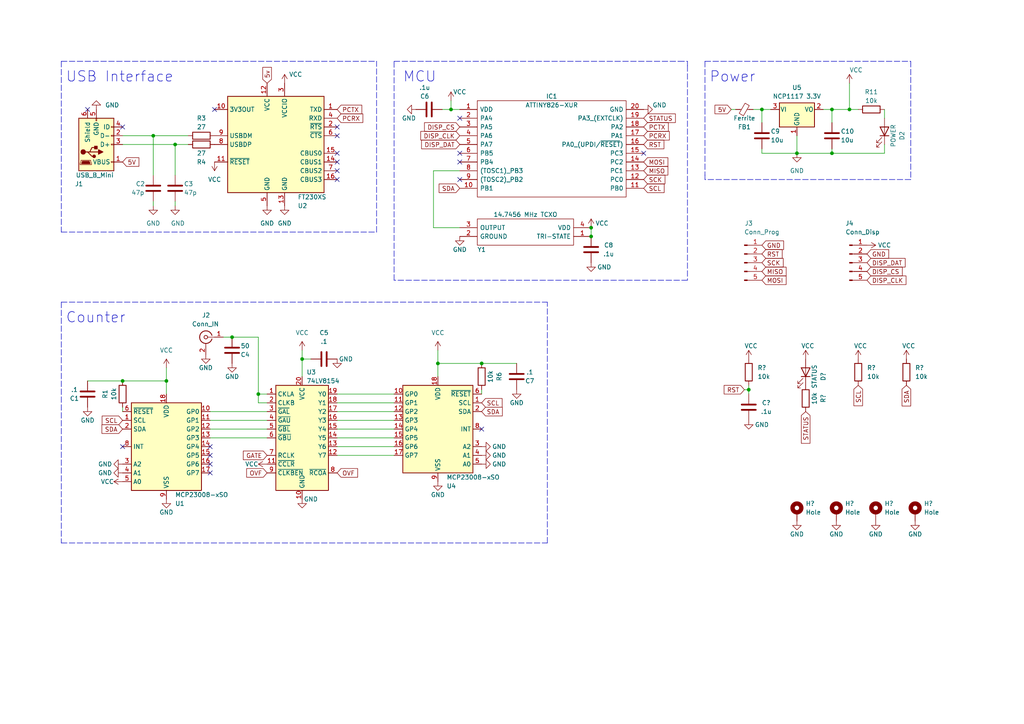
<source format=kicad_sch>
(kicad_sch (version 20211123) (generator eeschema)
  (paper "A4")
  (title_block (title "USB Frequency Counter 2.0") (date "2022-11-19") (company "Harden Technologies, LLC"))
  (lib_symbols
    (symbol "74xx:74LV8154"
      (property "Reference" "U" (at -6.35 16.51 0))
      (property "Value" "74LV8154" (at 6.35 16.51 0))
      (symbol "74LV8154_0_1"
        (rectangle (start -7.62 15.24) (end 7.62 -15.24) (stroke (width 0.254)) (fill (type background)))
      )
      (symbol "74LV8154_1_1"
        (pin input line (at -10.16 12.7 0) (length 2.54) (name "CKLA") (number "1"))
        (pin power_in line (at 0 -17.78 90) (length 2.54) (name "GND") (number "10"))
        (pin input line (at -10.16 -7.62 0) (length 2.54) (name "~{CCLR}") (number "11"))
        (pin output line (at 10.16 -5.08 180) (length 2.54) (name "Y7") (number "12"))
        (pin output line (at 10.16 -2.54 180) (length 2.54) (name "Y6") (number "13"))
        (pin output line (at 10.16 0 180) (length 2.54) (name "Y5") (number "14"))
        (pin output line (at 10.16 2.54 180) (length 2.54) (name "Y4") (number "15"))
        (pin output line (at 10.16 5.08 180) (length 2.54) (name "Y3") (number "16"))
        (pin output line (at 10.16 7.62 180) (length 2.54) (name "Y2") (number "17"))
        (pin output line (at 10.16 10.16 180) (length 2.54) (name "Y1") (number "18"))
        (pin output line (at 10.16 12.7 180) (length 2.54) (name "Y0") (number "19"))
        (pin input line (at -10.16 10.16 0) (length 2.54) (name "CLKB") (number "2"))
        (pin power_in line (at 0 17.78 270) (length 2.54) (name "VCC") (number "20"))
        (pin input line (at -10.16 7.62 0) (length 2.54) (name "~{GAL}") (number "3"))
        (pin input line (at -10.16 5.08 0) (length 2.54) (name "~{GAU}") (number "4"))
        (pin input line (at -10.16 2.54 0) (length 2.54) (name "~{GBL}") (number "5"))
        (pin input line (at -10.16 0 0) (length 2.54) (name "~{GBU}") (number "6"))
        (pin input line (at -10.16 -5.08 0) (length 2.54) (name "RCLK") (number "7"))
        (pin output line (at 10.16 -10.16 180) (length 2.54) (name "~{RCOA}") (number "8"))
        (pin input line (at -10.16 -10.16 0) (length 2.54) (name "~{CLKBEN}") (number "9"))
      )
    )
    (symbol "Connector:Conn_01x05_Male" (pin_names (offset 1.016) hide)
      (property "Reference" "J" (at 0 7.62 0))
      (property "Value" "Conn_01x05_Male" (at 0 -7.62 0))
      (symbol "Conn_01x05_Male_1_1"
        (polyline (pts (xy 1.27 -5.08) (xy 0.8636 -5.08)) (stroke (width 0.1524)))
        (polyline (pts (xy 1.27 -2.54) (xy 0.8636 -2.54)) (stroke (width 0.1524)))
        (polyline (pts (xy 1.27 0) (xy 0.8636 0)) (stroke (width 0.1524)))
        (polyline (pts (xy 1.27 2.54) (xy 0.8636 2.54)) (stroke (width 0.1524)))
        (polyline (pts (xy 1.27 5.08) (xy 0.8636 5.08)) (stroke (width 0.1524)))
        (rectangle (start 0.8636 -4.953) (end 0 -5.207) (stroke (width 0.1524)) (fill (type outline)))
        (rectangle (start 0.8636 -2.413) (end 0 -2.667) (stroke (width 0.1524)) (fill (type outline)))
        (rectangle (start 0.8636 0.127) (end 0 -0.127) (stroke (width 0.1524)) (fill (type outline)))
        (rectangle (start 0.8636 2.667) (end 0 2.413) (stroke (width 0.1524)) (fill (type outline)))
        (rectangle (start 0.8636 5.207) (end 0 4.953) (stroke (width 0.1524)) (fill (type outline)))
        (pin passive line (at 5.08 5.08 180) (length 3.81) (name "Pin_1") (number "1"))
        (pin passive line (at 5.08 2.54 180) (length 3.81) (name "Pin_2") (number "2"))
        (pin passive line (at 5.08 0 180) (length 3.81) (name "Pin_3") (number "3"))
        (pin passive line (at 5.08 -2.54 180) (length 3.81) (name "Pin_4") (number "4"))
        (pin passive line (at 5.08 -5.08 180) (length 3.81) (name "Pin_5") (number "5"))
      )
    )
    (symbol "Connector:Conn_Coaxial" (pin_names (offset 1.016) hide)
      (property "Reference" "J" (at 0.254 3.048 0))
      (property "Value" "Conn_Coaxial" (at 2.921 0 90))
      (symbol "Conn_Coaxial_0_1"
        (arc (start -1.778 -0.508) (mid 0.2311 -1.8066) (end 1.778 0) (stroke (width 0.254)))
        (polyline (pts (xy -2.54 0) (xy -0.508 0)))
        (polyline (pts (xy 0 -2.54) (xy 0 -1.778)))
        (circle (center 0 0) (radius 0.508) (stroke (width 0.2032)))
        (arc (start 1.778 0) (mid 0.2099 1.8101) (end -1.778 0.508) (stroke (width 0.254)))
      )
      (symbol "Conn_Coaxial_1_1"
        (pin passive line (at -5.08 0 0) (length 2.54) (name "In") (number "1"))
        (pin passive line (at 0 -5.08 90) (length 2.54) (name "Ext") (number "2"))
      )
    )
    (symbol "Connector:USB_B_Mini" (pin_names (offset 1.016))
      (property "Reference" "J" (at -5.08 11.43 0))
      (property "Value" "USB_B_Mini" (at -5.08 8.89 0))
      (symbol "USB_B_Mini_0_1"
        (rectangle (start -5.08 -7.62) (end 5.08 7.62) (stroke (width 0.254)) (fill (type background)))
        (circle (center -3.81 2.159) (radius 0.635) (stroke (width 0.254)) (fill (type outline)))
        (circle (center -0.635 3.429) (radius 0.381) (stroke (width 0.254)) (fill (type outline)))
        (rectangle (start -0.127 -7.62) (end 0.127 -6.858))
        (polyline (pts (xy -1.905 2.159) (xy 0.635 2.159)) (stroke (width 0.254)))
        (polyline (pts (xy -3.175 2.159) (xy -2.54 2.159) (xy -1.27 3.429) (xy -0.635 3.429)) (stroke (width 0.254)))
        (polyline (pts (xy -2.54 2.159) (xy -1.905 2.159) (xy -1.27 0.889) (xy 0 0.889)) (stroke (width 0.254)))
        (polyline (pts (xy 0.635 2.794) (xy 0.635 1.524) (xy 1.905 2.159) (xy 0.635 2.794)) (stroke (width 0.254)) (fill (type outline)))
        (polyline (pts (xy -4.318 5.588) (xy -1.778 5.588) (xy -2.032 4.826) (xy -4.064 4.826) (xy -4.318 5.588)) (fill (type outline)))
        (polyline (pts (xy -4.699 5.842) (xy -4.699 5.588) (xy -4.445 4.826) (xy -4.445 4.572) (xy -1.651 4.572) (xy -1.651 4.826) (xy -1.397 5.588) (xy -1.397 5.842) (xy -4.699 5.842)))
        (rectangle (start 0.254 1.27) (end -0.508 0.508) (stroke (width 0.254)) (fill (type outline)))
        (rectangle (start 5.08 -5.207) (end 4.318 -4.953))
        (rectangle (start 5.08 -2.667) (end 4.318 -2.413))
        (rectangle (start 5.08 -0.127) (end 4.318 0.127))
        (rectangle (start 5.08 4.953) (end 4.318 5.207))
      )
      (symbol "USB_B_Mini_1_1"
        (pin power_out line (at 7.62 5.08 180) (length 2.54) (name "VBUS") (number "1"))
        (pin bidirectional line (at 7.62 -2.54 180) (length 2.54) (name "D-") (number "2"))
        (pin bidirectional line (at 7.62 0 180) (length 2.54) (name "D+") (number "3"))
        (pin passive line (at 7.62 -5.08 180) (length 2.54) (name "ID") (number "4"))
        (pin power_out line (at 0 -10.16 90) (length 2.54) (name "GND") (number "5"))
        (pin passive line (at -2.54 -10.16 90) (length 2.54) (name "Shield") (number "6"))
      )
    )
    (symbol "Device:C" (pin_numbers hide) (pin_names (offset 0.254))
      (property "Reference" "C" (at 0.635 2.54 0))
      (property "Value" "C" (at 0.635 -2.54 0))
      (symbol "C_0_1"
        (polyline (pts (xy -2.032 -0.762) (xy 2.032 -0.762)) (stroke (width 0.508)))
        (polyline (pts (xy -2.032 0.762) (xy 2.032 0.762)) (stroke (width 0.508)))
      )
      (symbol "C_1_1"
        (pin passive line (at 0 3.81 270) (length 2.794) (name "~") (number "1"))
        (pin passive line (at 0 -3.81 90) (length 2.794) (name "~") (number "2"))
      )
    )
    (symbol "Device:FerriteBead_Small" (pin_numbers hide) (pin_names (offset 0))
      (property "Reference" "FB" (at 1.905 1.27 0))
      (property "Value" "FerriteBead_Small" (at 1.905 -1.27 0))
      (symbol "FerriteBead_Small_0_1"
        (polyline (pts (xy 0 -1.27) (xy 0 -0.7874)))
        (polyline (pts (xy 0 0.889) (xy 0 1.2954)))
        (polyline (pts (xy -1.8288 0.2794) (xy -1.1176 1.4986) (xy 1.8288 -0.2032) (xy 1.1176 -1.4224) (xy -1.8288 0.2794)))
      )
      (symbol "FerriteBead_Small_1_1"
        (pin passive line (at 0 2.54 270) (length 1.27) (name "~") (number "1"))
        (pin passive line (at 0 -2.54 90) (length 1.27) (name "~") (number "2"))
      )
    )
    (symbol "Device:LED" (pin_numbers hide) (pin_names (offset 1.016) hide)
      (property "Reference" "D" (at 0 2.54 0))
      (property "Value" "LED" (at 0 -2.54 0))
      (symbol "LED_0_1"
        (polyline (pts (xy -1.27 -1.27) (xy -1.27 1.27)) (stroke (width 0.254)))
        (polyline (pts (xy -1.27 0) (xy 1.27 0)))
        (polyline (pts (xy 1.27 -1.27) (xy 1.27 1.27) (xy -1.27 0) (xy 1.27 -1.27)) (stroke (width 0.254)))
        (polyline (pts (xy -3.048 -0.762) (xy -4.572 -2.286) (xy -3.81 -2.286) (xy -4.572 -2.286) (xy -4.572 -1.524)))
        (polyline (pts (xy -1.778 -0.762) (xy -3.302 -2.286) (xy -2.54 -2.286) (xy -3.302 -2.286) (xy -3.302 -1.524)))
      )
      (symbol "LED_1_1"
        (pin passive line (at -3.81 0 0) (length 2.54) (name "K") (number "1"))
        (pin passive line (at 3.81 0 180) (length 2.54) (name "A") (number "2"))
      )
    )
    (symbol "Device:R" (pin_numbers hide) (pin_names (offset 0))
      (property "Reference" "R" (at 2.032 0 90))
      (property "Value" "R" (at 0 0 90))
      (symbol "R_0_1"
        (rectangle (start -1.016 -2.54) (end 1.016 2.54) (stroke (width 0.254)))
      )
      (symbol "R_1_1"
        (pin passive line (at 0 3.81 270) (length 1.27) (name "~") (number "1"))
        (pin passive line (at 0 -3.81 90) (length 1.27) (name "~") (number "2"))
      )
    )
    (symbol "Interface_Expansion:MCP23008-xSO"
      (property "Reference" "U" (at -8.89 13.97 0))
      (property "Value" "MCP23008-xSO" (at 8.89 13.97 0))
      (symbol "MCP23008-xSO_0_1"
        (rectangle (start -10.16 12.7) (end 10.16 -12.7) (stroke (width 0.254)) (fill (type background)))
      )
      (symbol "MCP23008-xSO_1_1"
        (pin input line (at -12.7 7.62 0) (length 2.54) (name "SCL") (number "1"))
        (pin bidirectional line (at 12.7 10.16 180) (length 2.54) (name "GP0") (number "10"))
        (pin bidirectional line (at 12.7 7.62 180) (length 2.54) (name "GP1") (number "11"))
        (pin bidirectional line (at 12.7 5.08 180) (length 2.54) (name "GP2") (number "12"))
        (pin bidirectional line (at 12.7 2.54 180) (length 2.54) (name "GP3") (number "13"))
        (pin bidirectional line (at 12.7 0 180) (length 2.54) (name "GP4") (number "14"))
        (pin bidirectional line (at 12.7 -2.54 180) (length 2.54) (name "GP5") (number "15"))
        (pin bidirectional line (at 12.7 -5.08 180) (length 2.54) (name "GP6") (number "16"))
        (pin bidirectional line (at 12.7 -7.62 180) (length 2.54) (name "GP7") (number "17"))
        (pin power_in line (at 0 15.24 270) (length 2.54) (name "VDD") (number "18"))
        (pin bidirectional line (at -12.7 5.08 0) (length 2.54) (name "SDA") (number "2"))
        (pin input line (at -12.7 -5.08 0) (length 2.54) (name "A2") (number "3"))
        (pin input line (at -12.7 -7.62 0) (length 2.54) (name "A1") (number "4"))
        (pin input line (at -12.7 -10.16 0) (length 2.54) (name "A0") (number "5"))
        (pin input line (at -12.7 10.16 0) (length 2.54) (name "~{RESET}") (number "6"))
        (pin no_connect line (at -10.16 -2.54 0) (length 2.54) hide (name "NC") (number "7"))
        (pin output line (at -12.7 0 0) (length 2.54) (name "INT") (number "8"))
        (pin power_in line (at 0 -15.24 90) (length 2.54) (name "VSS") (number "9"))
      )
    )
    (symbol "Interface_USB:FT230XS"
      (property "Reference" "U" (at -13.97 15.24 0))
      (property "Value" "FT230XS" (at 7.62 15.24 0))
      (symbol "FT230XS_0_1"
        (rectangle (start -13.97 13.97) (end 13.97 -13.97) (stroke (width 0.254)) (fill (type background)))
      )
      (symbol "FT230XS_1_1"
        (pin output line (at 17.78 10.16 180) (length 3.81) (name "TXD") (number "1"))
        (pin power_out line (at -17.78 10.16 0) (length 3.81) (name "3V3OUT") (number "10"))
        (pin input line (at -17.78 -5.08 0) (length 3.81) (name "~{RESET}") (number "11"))
        (pin power_in line (at -2.54 17.78 270) (length 3.81) (name "VCC") (number "12"))
        (pin power_in line (at 2.54 -17.78 90) (length 3.81) (name "GND") (number "13"))
        (pin bidirectional line (at 17.78 -5.08 180) (length 3.81) (name "CBUS1") (number "14"))
        (pin bidirectional line (at 17.78 -2.54 180) (length 3.81) (name "CBUS0") (number "15"))
        (pin bidirectional line (at 17.78 -10.16 180) (length 3.81) (name "CBUS3") (number "16"))
        (pin output line (at 17.78 5.08 180) (length 3.81) (name "~{RTS}") (number "2"))
        (pin power_in line (at 2.54 17.78 270) (length 3.81) (name "VCCIO") (number "3"))
        (pin input line (at 17.78 7.62 180) (length 3.81) (name "RXD") (number "4"))
        (pin power_in line (at -2.54 -17.78 90) (length 3.81) (name "GND") (number "5"))
        (pin input line (at 17.78 2.54 180) (length 3.81) (name "~{CTS}") (number "6"))
        (pin bidirectional line (at 17.78 -7.62 180) (length 3.81) (name "CBUS2") (number "7"))
        (pin bidirectional line (at -17.78 0 0) (length 3.81) (name "USBDP") (number "8"))
        (pin bidirectional line (at -17.78 2.54 0) (length 3.81) (name "USBDM") (number "9"))
      )
    )
    (symbol "Library Loader:ATTINY826-XUR" (pin_names (offset 0.762))
      (property "Reference" "IC" (at 49.53 7.62 0))
      (property "Value" "ATTINY826-XUR" (at 49.53 5.08 0))
      (symbol "ATTINY826-XUR_0_0"
        (pin passive line (at 0 0 0) (length 5.08) (name "VDD") (number "1"))
        (pin passive line (at 0 -22.86 0) (length 5.08) (name "PB1") (number "10"))
        (pin passive line (at 53.34 -22.86 180) (length 5.08) (name "PB0") (number "11"))
        (pin passive line (at 53.34 -20.32 180) (length 5.08) (name "PC0") (number "12"))
        (pin passive line (at 53.34 -17.78 180) (length 5.08) (name "PC1") (number "13"))
        (pin passive line (at 53.34 -15.24 180) (length 5.08) (name "PC2") (number "14"))
        (pin passive line (at 53.34 -12.7 180) (length 5.08) (name "PC3") (number "15"))
        (pin passive line (at 53.34 -10.16 180) (length 5.08) (name "PA0_(UPDI/~{RESET})") (number "16"))
        (pin passive line (at 53.34 -7.62 180) (length 5.08) (name "PA1") (number "17"))
        (pin passive line (at 53.34 -5.08 180) (length 5.08) (name "PA2") (number "18"))
        (pin passive line (at 53.34 -2.54 180) (length 5.08) (name "PA3_(EXTCLK)") (number "19"))
        (pin passive line (at 0 -2.54 0) (length 5.08) (name "PA4") (number "2"))
        (pin passive line (at 53.34 0 180) (length 5.08) (name "GND") (number "20"))
        (pin passive line (at 0 -5.08 0) (length 5.08) (name "PA5") (number "3"))
        (pin passive line (at 0 -7.62 0) (length 5.08) (name "PA6") (number "4"))
        (pin passive line (at 0 -10.16 0) (length 5.08) (name "PA7") (number "5"))
        (pin passive line (at 0 -12.7 0) (length 5.08) (name "PB5") (number "6"))
        (pin passive line (at 0 -15.24 0) (length 5.08) (name "PB4") (number "7"))
        (pin passive line (at 0 -17.78 0) (length 5.08) (name "(TOSC1)_PB3") (number "8"))
        (pin passive line (at 0 -20.32 0) (length 5.08) (name "(TOSC2)_PB2") (number "9"))
      )
      (symbol "ATTINY826-XUR_0_1"
        (polyline (pts (xy 5.08 2.54) (xy 48.26 2.54) (xy 48.26 -25.4) (xy 5.08 -25.4) (xy 5.08 2.54)) (stroke (width 0.1524)))
      )
    )
    (symbol "Library Loader:ECS-TXO-3225MV-147.4-TR" (pin_names (offset 0.762))
      (property "Reference" "Y" (at 34.29 7.62 0))
      (property "Value" "ECS-TXO-3225MV-147.4-TR" (at 34.29 5.08 0))
      (symbol "ECS-TXO-3225MV-147.4-TR_0_0"
        (pin passive line (at 0 -2.54 0) (length 5.08) (name "TRI-STATE") (number "1"))
        (pin passive line (at 38.1 -2.54 180) (length 5.08) (name "GROUND") (number "2"))
        (pin passive line (at 38.1 0 180) (length 5.08) (name "OUTPUT") (number "3"))
        (pin passive line (at 0 0 0) (length 5.08) (name "VDD") (number "4"))
      )
      (symbol "ECS-TXO-3225MV-147.4-TR_0_1"
        (polyline (pts (xy 5.08 2.54) (xy 33.02 2.54) (xy 33.02 -5.08) (xy 5.08 -5.08) (xy 5.08 2.54)) (stroke (width 0.1524)))
      )
    )
    (symbol "Mechanical:MountingHole_Pad" (pin_numbers hide) (pin_names (offset 1.016) hide)
      (property "Reference" "H" (at 0 6.35 0))
      (property "Value" "MountingHole_Pad" (at 0 4.445 0))
      (symbol "MountingHole_Pad_0_1"
        (circle (center 0 1.27) (radius 1.27) (stroke (width 1.27)))
      )
      (symbol "MountingHole_Pad_1_1"
        (pin input line (at 0 -2.54 90) (length 2.54) (name "1") (number "1"))
      )
    )
    (symbol "Regulator_Linear:NCP1117-3.3_SOT223" (pin_names (offset 0.254))
      (property "Reference" "U" (at -3.81 3.175 0))
      (property "Value" "NCP1117-3.3_SOT223" (at 0 3.175 0))
      (symbol "NCP1117-3.3_SOT223_0_1"
        (rectangle (start -5.08 -5.08) (end 5.08 1.905) (stroke (width 0.254)) (fill (type background)))
      )
      (symbol "NCP1117-3.3_SOT223_1_1"
        (pin power_in line (at 0 -7.62 90) (length 2.54) (name "GND") (number "1"))
        (pin power_out line (at 7.62 0 180) (length 2.54) (name "VO") (number "2"))
        (pin power_in line (at -7.62 0 0) (length 2.54) (name "VI") (number "3"))
      )
    )
    (symbol "power:GND" (power) (pin_names (offset 0))
      (property "Value" "GND" (at 0 -3.81 0))
      (symbol "GND_0_1"
        (polyline (pts (xy 0 0) (xy 0 -1.27) (xy 1.27 -1.27) (xy 0 -2.54) (xy -1.27 -1.27) (xy 0 -1.27)))
      )
      (symbol "GND_1_1"
        (pin power_in line (at 0 0 270) (length 0) hide (name "GND") (number "1"))
      )
    )
    (symbol "power:VCC" (power) (pin_names (offset 0))
      (property "Value" "VCC" (at 0 3.81 0))
      (symbol "VCC_0_1"
        (polyline (pts (xy -0.762 1.27) (xy 0 2.54)))
        (polyline (pts (xy 0 0) (xy 0 2.54)))
        (polyline (pts (xy 0 2.54) (xy 0.762 1.27)))
      )
      (symbol "VCC_1_1"
        (pin power_in line (at 0 0 90) (length 0) hide (name "VCC") (number "1"))
      )
    )
  )
  (junction (at 127 105.41))
  (junction (at 44.45 39.37))
  (junction (at 241.3 31.75))
  (junction (at 241.3 44.45))
  (junction (at 48.26 110.49))
  (junction (at 217.17 113.03))
  (junction (at 171.45 66.04))
  (junction (at 50.8 41.91))
  (junction (at 130.81 31.75))
  (junction (at 220.98 31.75))
  (junction (at 171.45 68.58))
  (junction (at 231.14 44.45))
  (junction (at 67.31 97.79))
  (junction (at 139.7 105.41))
  (junction (at 87.63 104.14))
  (junction (at 74.93 114.3))
  (junction (at 35.56 110.49))
  (junction (at 246.38 31.75))
  (no_connect (at 25.4 31.75))
  (no_connect (at 133.35 52.07))
  (no_connect (at 97.79 36.83))
  (no_connect (at 35.56 129.54))
  (no_connect (at 60.96 137.16))
  (no_connect (at 60.96 134.62))
  (no_connect (at 97.79 46.99))
  (no_connect (at 139.7 124.46))
  (no_connect (at 133.35 44.45))
  (no_connect (at 186.69 44.45))
  (no_connect (at 97.79 44.45))
  (no_connect (at 97.79 39.37))
  (no_connect (at 133.35 46.99))
  (no_connect (at 60.96 129.54))
  (no_connect (at 60.96 132.08))
  (no_connect (at 97.79 49.53))
  (no_connect (at 97.79 52.07))
  (no_connect (at 62.23 31.75))
  (no_connect (at 133.35 34.29))
  (no_connect (at 35.56 36.83))
  (polyline (pts (xy 17.78 87.63) (xy 17.78 157.48)))
  (wire (pts (xy 50.8 58.42) (xy 50.8 59.69)))
  (wire (pts (xy 220.98 31.75) (xy 223.52 31.75)))
  (wire (pts (xy 97.79 132.08) (xy 114.3 132.08)))
  (wire (pts (xy 74.93 97.79) (xy 74.93 114.3)))
  (wire (pts (xy 246.38 31.75) (xy 248.92 31.75)))
  (wire (pts (xy 127 105.41) (xy 139.7 105.41)))
  (wire (pts (xy 139.7 113.03) (xy 139.7 114.3)))
  (wire (pts (xy 238.76 31.75) (xy 241.3 31.75)))
  (polyline (pts (xy 109.22 67.31) (xy 109.22 17.78)))
  (wire (pts (xy 130.81 29.21) (xy 130.81 31.75)))
  (wire (pts (xy 87.63 101.6) (xy 87.63 104.14)))
  (polyline (pts (xy 204.47 17.78) (xy 204.47 50.8)))
  (polyline (pts (xy 114.3 81.28) (xy 114.3 17.78)))
  (wire (pts (xy 220.98 35.56) (xy 220.98 31.75)))
  (wire (pts (xy 97.79 124.46) (xy 114.3 124.46)))
  (wire (pts (xy 35.56 118.11) (xy 35.56 119.38)))
  (wire (pts (xy 67.31 97.79) (xy 74.93 97.79)))
  (polyline (pts (xy 17.78 157.48) (xy 158.75 157.48)))
  (polyline (pts (xy 199.39 19.05) (xy 199.39 17.78)))
  (wire (pts (xy 97.79 114.3) (xy 114.3 114.3)))
  (wire (pts (xy 220.98 43.18) (xy 220.98 44.45)))
  (polyline (pts (xy 264.16 52.07) (xy 204.47 52.07)))
  (wire (pts (xy 50.8 41.91) (xy 50.8 50.8)))
  (wire (pts (xy 125.73 66.04) (xy 133.35 66.04)))
  (wire (pts (xy 212.09 31.75) (xy 213.36 31.75)))
  (wire (pts (xy 125.73 49.53) (xy 125.73 66.04)))
  (wire (pts (xy 256.54 31.75) (xy 256.54 34.29)))
  (wire (pts (xy 87.63 104.14) (xy 90.17 104.14)))
  (wire (pts (xy 217.17 111.76) (xy 217.17 113.03)))
  (wire (pts (xy 171.45 66.04) (xy 171.45 68.58)))
  (wire (pts (xy 64.77 97.79) (xy 67.31 97.79)))
  (polyline (pts (xy 199.39 19.05) (xy 199.39 81.28)))
  (wire (pts (xy 231.14 39.37) (xy 231.14 44.45)))
  (wire (pts (xy 60.96 119.38) (xy 77.47 119.38)))
  (wire (pts (xy 97.79 121.92) (xy 114.3 121.92)))
  (wire (pts (xy 139.7 105.41) (xy 149.86 105.41)))
  (wire (pts (xy 127 105.41) (xy 127 109.22)))
  (wire (pts (xy 128.27 31.75) (xy 130.81 31.75)))
  (wire (pts (xy 60.96 124.46) (xy 77.47 124.46)))
  (wire (pts (xy 87.63 104.14) (xy 87.63 109.22)))
  (wire (pts (xy 241.3 44.45) (xy 256.54 44.45)))
  (wire (pts (xy 218.44 31.75) (xy 220.98 31.75)))
  (wire (pts (xy 35.56 110.49) (xy 25.4 110.49)))
  (polyline (pts (xy 196.85 17.78) (xy 199.39 17.78)))
  (wire (pts (xy 44.45 39.37) (xy 44.45 50.8)))
  (wire (pts (xy 44.45 39.37) (xy 54.61 39.37)))
  (wire (pts (xy 241.3 43.18) (xy 241.3 44.45)))
  (wire (pts (xy 231.14 44.45) (xy 241.3 44.45)))
  (wire (pts (xy 217.17 113.03) (xy 217.17 114.3)))
  (wire (pts (xy 77.47 114.3) (xy 74.93 114.3)))
  (polyline (pts (xy 158.75 157.48) (xy 158.75 87.63)))
  (wire (pts (xy 48.26 106.68) (xy 48.26 110.49)))
  (wire (pts (xy 241.3 31.75) (xy 241.3 35.56)))
  (polyline (pts (xy 17.78 67.31) (xy 109.22 67.31)))
  (wire (pts (xy 97.79 129.54) (xy 114.3 129.54)))
  (wire (pts (xy 241.3 31.75) (xy 246.38 31.75)))
  (polyline (pts (xy 204.47 52.07) (xy 204.47 50.8)))
  (wire (pts (xy 74.93 116.84) (xy 77.47 116.84)))
  (polyline (pts (xy 199.39 81.28) (xy 114.3 81.28)))
  (wire (pts (xy 48.26 110.49) (xy 48.26 114.3)))
  (wire (pts (xy 74.93 114.3) (xy 74.93 116.84)))
  (polyline (pts (xy 204.47 17.78) (xy 264.16 17.78)))
  (wire (pts (xy 35.56 39.37) (xy 44.45 39.37)))
  (wire (pts (xy 60.96 127) (xy 77.47 127)))
  (polyline (pts (xy 17.78 17.78) (xy 109.22 17.78)))
  (wire (pts (xy 220.98 44.45) (xy 231.14 44.45)))
  (polyline (pts (xy 17.78 17.78) (xy 17.78 67.31)))
  (wire (pts (xy 246.38 31.75) (xy 246.38 24.13)))
  (wire (pts (xy 35.56 41.91) (xy 50.8 41.91)))
  (wire (pts (xy 97.79 119.38) (xy 114.3 119.38)))
  (polyline (pts (xy 17.78 87.63) (xy 158.75 87.63)))
  (wire (pts (xy 97.79 127) (xy 114.3 127)))
  (wire (pts (xy 97.79 116.84) (xy 114.3 116.84)))
  (wire (pts (xy 60.96 121.92) (xy 77.47 121.92)))
  (wire (pts (xy 50.8 41.91) (xy 54.61 41.91)))
  (wire (pts (xy 215.9 113.03) (xy 217.17 113.03)))
  (wire (pts (xy 130.81 31.75) (xy 133.35 31.75)))
  (wire (pts (xy 256.54 44.45) (xy 256.54 41.91)))
  (wire (pts (xy 133.35 49.53) (xy 125.73 49.53)))
  (polyline (pts (xy 264.16 17.78) (xy 264.16 52.07)))
  (wire (pts (xy 44.45 58.42) (xy 44.45 59.69)))
  (wire (pts (xy 48.26 110.49) (xy 35.56 110.49)))
  (wire (pts (xy 127 101.6) (xy 127 105.41)))
  (polyline (pts (xy 114.3 17.78) (xy 196.85 17.78)))
  (text "MCU" (at 116.84 24.13 0) (effects (font (size 3 3)) (justify left bottom)))
  (text "Power" (at 205.74 24.13 0) (effects (font (size 3 3)) (justify left bottom)))
  (text "Counter" (at 19.05 93.98 0) (effects (font (size 3 3)) (justify left bottom)))
  (text "USB Interface" (at 19.05 24.13 0) (effects (font (size 3 3)) (justify left bottom)))
  (global_label "SDA" (shape input) (at 35.56 124.46 180) (property "Intersheet References" "${INTERSHEET_REFS}" (effects hide)))
  (global_label "DISP_CS" (shape input) (at 133.35 36.83 180) (property "Intersheet References" "${INTERSHEET_REFS}" (effects hide)))
  (global_label "MOSI" (shape input) (at 220.98 81.28 0) (property "Intersheet References" "${INTERSHEET_REFS}" (effects hide)))
  (global_label "SDA" (shape input) (at 139.7 119.38 0) (property "Intersheet References" "${INTERSHEET_REFS}" (effects hide)))
  (global_label "STATUS" (shape input) (at 186.69 34.29 0) (property "Intersheet References" "${INTERSHEET_REFS}" (effects hide)))
  (global_label "PCRX" (shape input) (at 97.79 34.29 0) (property "Intersheet References" "${INTERSHEET_REFS}" (effects hide)))
  (global_label "MISO" (shape input) (at 220.98 78.74 0) (property "Intersheet References" "${INTERSHEET_REFS}" (effects hide)))
  (global_label "5v" (shape input) (at 77.47 24.13 90) (property "Intersheet References" "${INTERSHEET_REFS}" (effects hide)))
  (global_label "OVF" (shape input) (at 97.79 137.16 0) (property "Intersheet References" "${INTERSHEET_REFS}" (effects hide)))
  (global_label "5V" (shape input) (at 212.09 31.75 180) (property "Intersheet References" "${INTERSHEET_REFS}" (effects hide)))
  (global_label "RST" (shape input) (at 186.69 41.91 0) (property "Intersheet References" "${INTERSHEET_REFS}" (effects hide)))
  (global_label "SCL" (shape input) (at 186.69 54.61 0) (property "Intersheet References" "${INTERSHEET_REFS}" (effects hide)))
  (global_label "5V" (shape input) (at 35.56 46.99 0) (property "Intersheet References" "${INTERSHEET_REFS}" (effects hide)))
  (global_label "PCRX" (shape input) (at 186.69 39.37 0) (property "Intersheet References" "${INTERSHEET_REFS}" (effects hide)))
  (global_label "DISP_CLK" (shape input) (at 133.35 39.37 180) (property "Intersheet References" "${INTERSHEET_REFS}" (effects hide)))
  (global_label "SCL" (shape input) (at 248.92 111.76 270) (property "Intersheet References" "${INTERSHEET_REFS}" (effects hide)))
  (global_label "GND" (shape input) (at 251.46 73.66 0) (property "Intersheet References" "${INTERSHEET_REFS}" (effects hide)))
  (global_label "RST" (shape input) (at 220.98 73.66 0) (property "Intersheet References" "${INTERSHEET_REFS}" (effects hide)))
  (global_label "PCTX" (shape input) (at 186.69 36.83 0) (property "Intersheet References" "${INTERSHEET_REFS}" (effects hide)))
  (global_label "SDA" (shape input) (at 133.35 54.61 180) (property "Intersheet References" "${INTERSHEET_REFS}" (effects hide)))
  (global_label "SCK" (shape input) (at 220.98 76.2 0) (property "Intersheet References" "${INTERSHEET_REFS}" (effects hide)))
  (global_label "SDA" (shape input) (at 262.89 111.76 270) (property "Intersheet References" "${INTERSHEET_REFS}" (effects hide)))
  (global_label "MOSI" (shape input) (at 186.69 46.99 0) (property "Intersheet References" "${INTERSHEET_REFS}" (effects hide)))
  (global_label "STATUS" (shape input) (at 233.68 119.38 270) (property "Intersheet References" "${INTERSHEET_REFS}" (effects hide)))
  (global_label "SCL" (shape input) (at 139.7 116.84 0) (property "Intersheet References" "${INTERSHEET_REFS}" (effects hide)))
  (global_label "DISP_DAT" (shape input) (at 133.35 41.91 180) (property "Intersheet References" "${INTERSHEET_REFS}" (effects hide)))
  (global_label "OVF" (shape input) (at 77.47 137.16 180) (property "Intersheet References" "${INTERSHEET_REFS}" (effects hide)))
  (global_label "RST" (shape input) (at 215.9 113.03 180) (property "Intersheet References" "${INTERSHEET_REFS}" (effects hide)))
  (global_label "PCTX" (shape input) (at 97.79 31.75 0) (property "Intersheet References" "${INTERSHEET_REFS}" (effects hide)))
  (global_label "SCL" (shape input) (at 35.56 121.92 180) (property "Intersheet References" "${INTERSHEET_REFS}" (effects hide)))
  (global_label "SCK" (shape input) (at 186.69 52.07 0) (property "Intersheet References" "${INTERSHEET_REFS}" (effects hide)))
  (global_label "GATE" (shape input) (at 77.47 132.08 180) (property "Intersheet References" "${INTERSHEET_REFS}" (effects hide)))
  (global_label "DISP_CS" (shape input) (at 251.46 78.74 0) (property "Intersheet References" "${INTERSHEET_REFS}" (effects hide)))
  (global_label "GND" (shape input) (at 220.98 71.12 0) (property "Intersheet References" "${INTERSHEET_REFS}" (effects hide)))
  (global_label "DISP_CLK" (shape input) (at 251.46 81.28 0) (property "Intersheet References" "${INTERSHEET_REFS}" (effects hide)))
  (global_label "DISP_DAT" (shape input) (at 251.46 76.2 0) (property "Intersheet References" "${INTERSHEET_REFS}" (effects hide)))
  (global_label "MISO" (shape input) (at 186.69 49.53 0) (property "Intersheet References" "${INTERSHEET_REFS}" (effects hide)))
  (symbol (lib_id "Device:C") (at 67.31 101.6 180) (unit 1)
    (property "Reference" "C4" (at 71.12 102.87 0))
    (property "Value" "50" (at 71.12 100.33 0))
  )
  (symbol (lib_id "Device:R") (at 58.42 39.37 90) (unit 1)
    (property "Reference" "R3" (at 58.42 34.29 90))
    (property "Value" "27" (at 58.42 36.83 90))
  )
  (symbol (lib_id "power:GND") (at 97.79 104.14 0) (unit 1)
    (property "Reference" "#PWR019" (effects hide))
    (property "Value" "GND" (at 100.33 104.14 0))
  )
  (symbol (lib_id "Connector:Conn_Coaxial") (at 59.69 97.79 0) (mirror y) (unit 1)
    (property "Reference" "J2" (at 60.96 91.44 0) (effects (justify left)))
    (property "Value" "Conn_IN" (at 63.5 93.98 0) (effects (justify left)))
    (property "Datasheet" " ~" (effects hide))
  )
  (symbol (lib_id "power:GND") (at 217.17 121.92 0) (mirror y) (unit 1)
    (property "Reference" "#PWR?" (effects hide))
    (property "Value" "GND" (at 220.98 123.19 0))
  )
  (symbol (lib_id "Device:C") (at 44.45 54.61 180) (unit 1)
    (property "Reference" "C2" (at 39.37 53.34 0) (effects (justify right)))
    (property "Value" "47p" (at 38.1 55.88 0) (effects (justify right)))
  )
  (symbol (lib_id "Interface_Expansion:MCP23008-xSO") (at 127 124.46 0) (mirror y) (unit 1)
    (property "Reference" "U4" (at 129.54 140.97 0) (effects (justify right)))
    (property "Value" "MCP23008-xSO" (at 129.54 138.43 0) (effects (justify right)))
    (property "Footprint" "Package_SO:SOIC-18W_7.5x11.6mm_P1.27mm" (effects hide))
    (property "Datasheet" "http://ww1.microchip.com/downloads/en/DeviceDoc/MCP23008-MCP23S08-Data-Sheet-20001919F.pdf" (effects hide))
  )
  (symbol (lib_id "power:VCC") (at 251.46 71.12 270) (unit 1)
    (property "Reference" "#PWR042" (effects hide))
    (property "Value" "VCC" (at 256.54 71.12 90))
  )
  (symbol (lib_id "74xx:74LV8154") (at 87.63 127 0) (unit 1)
    (property "Reference" "U3" (at 88.9 107.95 0) (effects (justify left)))
    (property "Value" "74LV8154" (at 88.9 110.49 0) (effects (justify left)))
    (property "Datasheet" "http://www.ti.com/lit/ds/symlink/sn74lv8154.pdf" (effects hide))
  )
  (symbol (lib_id "Mechanical:MountingHole_Pad") (at 242.57 148.59 0) (unit 1)
    (property "Reference" "H?" (at 245.11 146.0499 0) (effects (justify left)))
    (property "Value" "Hole" (at 245.11 148.5899 0) (effects (justify left)))
  )
  (symbol (lib_id "power:GND") (at 139.7 129.54 90) (unit 1)
    (property "Reference" "#PWR025" (effects hide))
    (property "Value" "GND" (at 144.78 129.54 90))
  )
  (symbol (lib_id "power:GND") (at 139.7 132.08 90) (unit 1)
    (property "Reference" "#PWR026" (effects hide))
    (property "Value" "GND" (at 144.78 132.08 90))
  )
  (symbol (lib_id "power:VCC") (at 130.81 29.21 0) (unit 1)
    (property "Reference" "#PWR023" (effects hide))
    (property "Value" "VCC" (at 133.35 26.67 0))
  )
  (symbol (lib_id "power:GND") (at 77.47 59.69 0) (unit 1)
    (property "Reference" "#PWR014" (effects hide))
    (property "Value" "GND" (at 77.47 64.77 0))
  )
  (symbol (lib_id "Mechanical:MountingHole_Pad") (at 231.14 148.59 0) (unit 1)
    (property "Reference" "H?" (at 233.68 146.0499 0) (effects (justify left)))
    (property "Value" "Hole" (at 233.68 148.5899 0) (effects (justify left)))
  )
  (symbol (lib_id "power:GND") (at 44.45 59.69 0) (unit 1)
    (property "Reference" "#PWR06" (effects hide))
    (property "Value" "GND" (at 44.45 64.77 0))
  )
  (symbol (lib_id "power:GND") (at 127 139.7 0) (unit 1)
    (property "Reference" "#PWR022" (effects hide))
    (property "Value" "GND" (at 127 143.51 0))
  )
  (symbol (lib_id "power:GND") (at 120.65 31.75 270) (unit 1)
    (property "Reference" "#PWR020" (effects hide))
    (property "Value" "GND" (at 120.65 34.29 90) (effects (justify right)))
  )
  (symbol (lib_id "power:GND") (at 231.14 151.13 0) (unit 1)
    (property "Reference" "#PWR?" (effects hide))
    (property "Value" "GND" (at 231.14 154.94 0))
  )
  (symbol (lib_id "power:GND") (at 231.14 44.45 0) (unit 1)
    (property "Reference" "#PWR039" (effects hide))
    (property "Value" "GND" (at 231.14 49.53 0))
  )
  (symbol (lib_id "Regulator_Linear:NCP1117-3.3_SOT223") (at 231.14 31.75 0) (unit 1)
    (property "Reference" "U5" (at 231.14 25.4 0))
    (property "Value" "NCP1117 3.3V" (at 231.14 27.94 0))
    (property "Footprint" "Package_TO_SOT_SMD:SOT-223-3_TabPin2" (effects hide))
    (property "Datasheet" "http://www.onsemi.com/pub_link/Collateral/NCP1117-D.PDF" (effects hide))
  )
  (symbol (lib_id "Device:FerriteBead_Small") (at 215.9 31.75 90) (unit 1)
    (property "Reference" "FB1" (at 215.9 36.83 90))
    (property "Value" "Ferrite" (at 215.9 34.29 90))
  )
  (symbol (lib_id "Device:R") (at 139.7 109.22 180) (unit 1)
    (property "Reference" "R6" (at 144.78 109.22 90))
    (property "Value" "10k" (at 142.24 109.22 90))
  )
  (symbol (lib_id "power:VCC") (at 82.55 24.13 0) (unit 1)
    (property "Reference" "#PWR015" (effects hide))
    (property "Value" "VCC" (at 83.82 21.59 0) (effects (justify left)))
  )
  (symbol (lib_id "Interface_USB:FT230XS") (at 80.01 41.91 0) (unit 1)
    (property "Reference" "U2" (at 86.36 59.69 0) (effects (justify left)))
    (property "Value" "FT230XS" (at 86.36 57.15 0) (effects (justify left)))
    (property "Footprint" "Package_SO:SSOP-16_3.9x4.9mm_P0.635mm" (effects hide))
    (property "Datasheet" "https://www.ftdichip.com/Support/Documents/DataSheets/ICs/DS_FT230X.pdf" (effects hide))
  )
  (symbol (lib_id "power:VCC") (at 246.38 24.13 0) (unit 1)
    (property "Reference" "#PWR041" (effects hide))
    (property "Value" "VCC" (at 246.38 20.32 0) (effects (justify left)))
  )
  (symbol (lib_id "Device:LED") (at 256.54 38.1 270) (mirror x) (unit 1)
    (property "Reference" "D2" (at 261.62 39.37 0))
    (property "Value" "POWER" (at 259.08 39.37 0))
  )
  (symbol (lib_id "Device:R") (at 217.17 107.95 180) (unit 1)
    (property "Reference" "R?" (at 219.71 106.6799 0) (effects (justify right)))
    (property "Value" "10k" (at 219.71 109.2199 0) (effects (justify right)))
  )
  (symbol (lib_id "power:GND") (at 265.43 151.13 0) (unit 1)
    (property "Reference" "#PWR?" (effects hide))
    (property "Value" "GND" (at 265.43 154.94 0))
  )
  (symbol (lib_id "power:VCC") (at 262.89 104.14 0) (unit 1)
    (property "Reference" "#PWR?" (effects hide))
    (property "Value" "VCC" (at 261.62 100.33 0) (effects (justify left)))
  )
  (symbol (lib_id "Interface_Expansion:MCP23008-xSO") (at 48.26 129.54 0) (unit 1)
    (property "Reference" "U1" (at 50.8 146.05 0) (effects (justify left)))
    (property "Value" "MCP23008-xSO" (at 50.8 143.51 0) (effects (justify left)))
    (property "Footprint" "Package_SO:SOIC-18W_7.5x11.6mm_P1.27mm" (effects hide))
    (property "Datasheet" "http://ww1.microchip.com/downloads/en/DeviceDoc/MCP23008-MCP23S08-Data-Sheet-20001919F.pdf" (effects hide))
  )
  (symbol (lib_id "Device:R") (at 252.73 31.75 270) (unit 1)
    (property "Reference" "R11" (at 252.73 26.67 90))
    (property "Value" "10k" (at 252.73 29.21 90))
  )
  (symbol (lib_id "power:GND") (at 35.56 134.62 270) (unit 1)
    (property "Reference" "#PWR03" (effects hide))
    (property "Value" "GND" (at 30.48 134.62 90))
  )
  (symbol (lib_id "power:GND") (at 171.45 76.2 0) (mirror y) (unit 1)
    (property "Reference" "#PWR031" (effects hide))
    (property "Value" "GND" (at 175.26 77.47 0))
  )
  (symbol (lib_id "Device:C") (at 171.45 72.39 0) (mirror y) (unit 1)
    (property "Reference" "C8" (at 176.53 71.12 0))
    (property "Value" ".1u" (at 176.53 73.66 0))
  )
  (symbol (lib_id "Device:R") (at 233.68 115.57 0) (mirror y) (unit 1)
    (property "Reference" "R?" (at 238.76 115.57 90))
    (property "Value" "10k" (at 236.22 115.57 90))
  )
  (symbol (lib_id "power:VCC") (at 77.47 134.62 90) (unit 1)
    (property "Reference" "#PWR013" (effects hide))
    (property "Value" "VCC" (at 74.93 134.62 90) (effects (justify left)))
  )
  (symbol (lib_id "Device:C") (at 220.98 39.37 0) (unit 1)
    (property "Reference" "C9" (at 223.52 38.1 0) (effects (justify left)))
    (property "Value" "10u" (at 223.52 40.64 0) (effects (justify left)))
  )
  (symbol (lib_id "power:GND") (at 87.63 144.78 0) (unit 1)
    (property "Reference" "#PWR018" (effects hide))
    (property "Value" "GND" (at 90.17 144.78 0))
  )
  (symbol (lib_id "Device:R") (at 248.92 107.95 180) (unit 1)
    (property "Reference" "R?" (at 251.46 106.6799 0) (effects (justify right)))
    (property "Value" "10k" (at 251.46 109.2199 0) (effects (justify right)))
  )
  (symbol (lib_id "power:GND") (at 133.35 68.58 0) (mirror y) (unit 1)
    (property "Reference" "#PWR024" (effects hide))
    (property "Value" "GND" (at 133.35 72.39 0))
  )
  (symbol (lib_id "power:VCC") (at 48.26 106.68 0) (mirror y) (unit 1)
    (property "Reference" "#PWR07" (effects hide))
    (property "Value" "VCC" (at 48.26 101.6 0))
  )
  (symbol (lib_id "power:VCC") (at 217.17 104.14 0) (unit 1)
    (property "Reference" "#PWR?" (effects hide))
    (property "Value" "VCC" (at 215.9 100.33 0) (effects (justify left)))
  )
  (symbol (lib_id "power:GND") (at 27.94 31.75 180) (unit 1)
    (property "Reference" "#PWR02" (effects hide))
    (property "Value" "GND" (at 30.48 30.4799 0) (effects (justify right)))
  )
  (symbol (lib_id "power:GND") (at 186.69 31.75 90) (unit 1)
    (property "Reference" "#PWR034" (effects hide))
    (property "Value" "GND" (at 189.23 30.48 90) (effects (justify right)))
  )
  (symbol (lib_id "Connector:Conn_01x05_Male") (at 215.9 76.2 0) (unit 1)
    (property "Reference" "J3" (at 217.17 64.77 0))
    (property "Value" "Conn_Prog" (at 220.98 67.31 0))
  )
  (symbol (lib_id "power:GND") (at 35.56 137.16 270) (unit 1)
    (property "Reference" "#PWR04" (effects hide))
    (property "Value" "GND" (at 30.48 137.16 90))
  )
  (symbol (lib_id "Library Loader:ECS-TXO-3225MV-147.4-TR") (at 171.45 66.04 0) (mirror y) (unit 1)
    (property "Reference" "Y1" (at 139.7 72.39 0))
    (property "Value" "14.7456 MHz TCXO" (at 152.4 62.23 0))
    (property "Footprint" "ECSTXO3225MV1474TR" (effects hide))
    (property "Datasheet" "https://www.arrow.com/en/products/ecs-txo-3225mv-147.4-tr/ecs-international?region=nac" (effects hide))
    (property "Description" "Oscillator TCXO 14.7456MHz +/-1.5ppm (Tol) +/-2.5ppm (Stability) 15pF HCMOS 55% 1.8V/2.5V/3.3V 4-Pin CSMD T/R" (effects hide))
    (property "Height" "1.2" (effects hide))
    (property "Mouser Part Number" "520-TXO-3225MV-1474T" (effects hide))
    (property "Mouser Price/Stock" "https://www.mouser.co.uk/ProductDetail/ECS/ECS-TXO-3225MV-147.4-TR?qs=d0WKAl%252BL4KZtLcT1OEriAg%3D%3D" (effects hide))
    (property "Manufacturer_Name" "ECS" (effects hide))
    (property "Manufacturer_Part_Number" "ECS-TXO-3225MV-147.4-TR" (effects hide))
  )
  (symbol (lib_id "power:GND") (at 59.69 102.87 0) (unit 1)
    (property "Reference" "#PWR010" (effects hide))
    (property "Value" "GND" (at 59.69 106.68 0))
  )
  (symbol (lib_id "Connector:Conn_01x05_Male") (at 246.38 76.2 0) (unit 1)
    (property "Reference" "J4" (at 246.38 64.77 0))
    (property "Value" "Conn_Disp" (at 250.19 67.31 0))
  )
  (symbol (lib_id "power:GND") (at 82.55 59.69 0) (unit 1)
    (property "Reference" "#PWR016" (effects hide))
    (property "Value" "GND" (at 82.55 64.77 0))
  )
  (symbol (lib_id "power:VCC") (at 35.56 139.7 90) (unit 1)
    (property "Reference" "#PWR?" (effects hide))
    (property "Value" "VCC" (at 29.21 139.7 90) (effects (justify right)))
  )
  (symbol (lib_id "power:VCC") (at 87.63 101.6 0) (unit 1)
    (property "Reference" "#PWR017" (effects hide))
    (property "Value" "VCC" (at 87.63 96.52 0))
  )
  (symbol (lib_id "Device:C") (at 50.8 54.61 180) (unit 1)
    (property "Reference" "C3" (at 53.34 53.34 0) (effects (justify right)))
    (property "Value" "47p" (at 53.34 55.88 0) (effects (justify right)))
  )
  (symbol (lib_id "Connector:USB_B_Mini") (at 27.94 41.91 0) (mirror x) (unit 1)
    (property "Reference" "J1" (at 24.13 53.34 0) (effects (justify right)))
    (property "Value" "USB_B_Mini" (at 33.02 50.8 0) (effects (justify right)))
  )
  (symbol (lib_id "Device:C") (at 93.98 104.14 270) (unit 1)
    (property "Reference" "C5" (at 93.98 96.52 90))
    (property "Value" ".1" (at 93.98 99.06 90))
  )
  (symbol (lib_id "Device:C") (at 25.4 114.3 0) (mirror x) (unit 1)
    (property "Reference" "C1" (at 21.59 115.57 0))
    (property "Value" ".1" (at 21.59 113.03 0))
  )
  (symbol (lib_id "power:GND") (at 149.86 113.03 0) (unit 1)
    (property "Reference" "#PWR028" (effects hide))
    (property "Value" "GND" (at 149.86 116.84 0))
  )
  (symbol (lib_id "Device:C") (at 241.3 39.37 0) (unit 1)
    (property "Reference" "C10" (at 243.84 38.1 0) (effects (justify left)))
    (property "Value" "10u" (at 243.84 40.64 0) (effects (justify left)))
  )
  (symbol (lib_id "Mechanical:MountingHole_Pad") (at 254 148.59 0) (unit 1)
    (property "Reference" "H?" (at 256.54 146.0499 0) (effects (justify left)))
    (property "Value" "Hole" (at 256.54 148.5899 0) (effects (justify left)))
  )
  (symbol (lib_id "Library Loader:ATTINY826-XUR") (at 133.35 31.75 0) (unit 1)
    (property "Reference" "IC1" (at 160.02 27.94 0))
    (property "Value" "ATTINY826-XUR" (at 160.02 30.48 0))
    (property "Footprint" "SOP65P780X200-20N" (effects hide))
    (property "Description" "MICROCHIP - ATTINY826-XUR - 8 Bit MCU, AVR Family ATtiny826 Series Microcontrollers, 20 MHz, 8 KB, 1 KB, 20 Pins, SSOP" (effects hide))
    (property "Height" "2" (effects hide))
    (property "Mouser Part Number" "579-ATTINY826-XUR" (effects hide))
    (property "Mouser Price/Stock" "https://www.mouser.co.uk/ProductDetail/Microchip-Technology-Atmel/ATTINY826-XUR?qs=pUKx8fyJudBqvAbCMR8k%252BQ%3D%3D" (effects hide))
    (property "Manufacturer_Name" "Microchip" (effects hide))
    (property "Manufacturer_Part_Number" "ATTINY826-XUR" (effects hide))
  )
  (symbol (lib_id "power:VCC") (at 62.23 46.99 180) (unit 1)
    (property "Reference" "#PWR011" (effects hide))
    (property "Value" "VCC" (at 62.23 52.07 0))
  )
  (symbol (lib_id "power:GND") (at 67.31 105.41 0) (unit 1)
    (property "Reference" "#PWR012" (effects hide))
    (property "Value" "GND" (at 67.31 109.22 0))
  )
  (symbol (lib_id "Device:C") (at 217.17 118.11 0) (mirror y) (unit 1)
    (property "Reference" "C?" (at 222.25 116.84 0))
    (property "Value" ".1u" (at 222.25 119.38 0))
  )
  (symbol (lib_id "power:GND") (at 48.26 144.78 0) (unit 1)
    (property "Reference" "#PWR08" (effects hide))
    (property "Value" "GND" (at 48.26 148.59 0))
  )
  (symbol (lib_id "power:VCC") (at 248.92 104.14 0) (unit 1)
    (property "Reference" "#PWR?" (effects hide))
    (property "Value" "VCC" (at 247.65 100.33 0) (effects (justify left)))
  )
  (symbol (lib_id "power:GND") (at 242.57 151.13 0) (unit 1)
    (property "Reference" "#PWR?" (effects hide))
    (property "Value" "GND" (at 242.57 154.94 0))
  )
  (symbol (lib_id "Device:C") (at 149.86 109.22 180) (unit 1)
    (property "Reference" "C7" (at 153.67 110.49 0))
    (property "Value" ".1" (at 153.67 107.95 0))
  )
  (symbol (lib_id "Mechanical:MountingHole_Pad") (at 265.43 148.59 0) (unit 1)
    (property "Reference" "H?" (at 267.97 146.0499 0) (effects (justify left)))
    (property "Value" "Hole" (at 267.97 148.5899 0) (effects (justify left)))
  )
  (symbol (lib_id "Device:C") (at 124.46 31.75 270) (unit 1)
    (property "Reference" "C6" (at 123.19 27.94 90))
    (property "Value" ".1u" (at 123.19 25.4 90))
  )
  (symbol (lib_id "Device:R") (at 35.56 114.3 0) (mirror x) (unit 1)
    (property "Reference" "R1" (at 30.48 114.3 90))
    (property "Value" "10k" (at 33.02 114.3 90))
  )
  (symbol (lib_id "power:GND") (at 254 151.13 0) (unit 1)
    (property "Reference" "#PWR?" (effects hide))
    (property "Value" "GND" (at 254 154.94 0))
  )
  (symbol (lib_id "power:GND") (at 139.7 134.62 90) (unit 1)
    (property "Reference" "#PWR027" (effects hide))
    (property "Value" "GND" (at 144.78 134.62 90))
  )
  (symbol (lib_id "Device:LED") (at 233.68 107.95 270) (mirror x) (unit 1)
    (property "Reference" "D?" (at 238.76 109.22 0))
    (property "Value" "STATUS" (at 236.22 109.22 0))
  )
  (symbol (lib_id "Device:R") (at 262.89 107.95 180) (unit 1)
    (property "Reference" "R?" (at 265.43 106.6799 0) (effects (justify right)))
    (property "Value" "10k" (at 265.43 109.2199 0) (effects (justify right)))
  )
  (symbol (lib_id "Device:R") (at 58.42 41.91 270) (unit 1)
    (property "Reference" "R4" (at 58.42 46.99 90))
    (property "Value" "27" (at 58.42 44.45 90))
  )
  (symbol (lib_id "power:GND") (at 50.8 59.69 0) (unit 1)
    (property "Reference" "#PWR09" (effects hide))
    (property "Value" "GND" (at 49.53 64.77 0) (effects (justify left)))
  )
  (symbol (lib_id "power:VCC") (at 171.45 66.04 0) (mirror y) (unit 1)
    (property "Reference" "#PWR030" (effects hide))
    (property "Value" "VCC" (at 176.53 64.77 0) (effects (justify left)))
  )
  (symbol (lib_id "power:VCC") (at 127 101.6 0) (unit 1)
    (property "Reference" "#PWR021" (effects hide))
    (property "Value" "VCC" (at 127 96.52 0))
  )
  (symbol (lib_id "power:VCC") (at 233.68 104.14 0) (mirror y) (unit 1)
    (property "Reference" "#PWR?" (effects hide))
    (property "Value" "VCC" (at 236.22 100.33 0) (effects (justify left)))
  )
  (symbol (lib_id "power:GND") (at 25.4 118.11 0) (mirror y) (unit 1)
    (property "Reference" "#PWR01" (effects hide))
    (property "Value" "GND" (at 25.4 121.92 0))
  )
)
</source>
